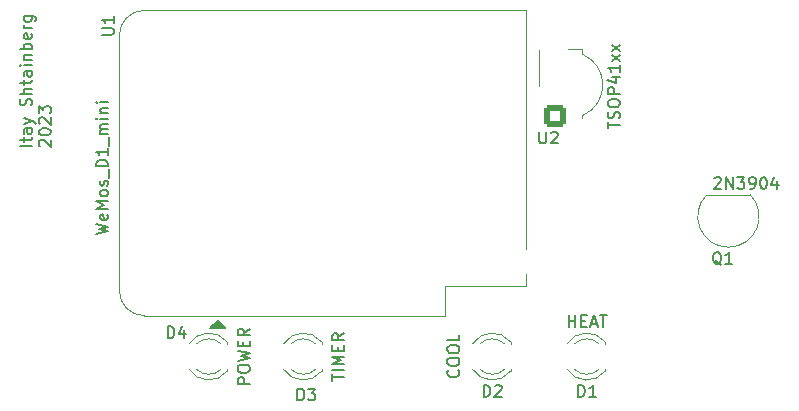
<source format=gto>
%TF.GenerationSoftware,KiCad,Pcbnew,7.0.7*%
%TF.CreationDate,2023-09-16T13:59:36+03:00*%
%TF.ProjectId,ElectraWifi,456c6563-7472-4615-9769-66692e6b6963,rev?*%
%TF.SameCoordinates,Original*%
%TF.FileFunction,Legend,Top*%
%TF.FilePolarity,Positive*%
%FSLAX46Y46*%
G04 Gerber Fmt 4.6, Leading zero omitted, Abs format (unit mm)*
G04 Created by KiCad (PCBNEW 7.0.7) date 2023-09-16 13:59:36*
%MOMM*%
%LPD*%
G01*
G04 APERTURE LIST*
G04 Aperture macros list*
%AMRoundRect*
0 Rectangle with rounded corners*
0 $1 Rounding radius*
0 $2 $3 $4 $5 $6 $7 $8 $9 X,Y pos of 4 corners*
0 Add a 4 corners polygon primitive as box body*
4,1,4,$2,$3,$4,$5,$6,$7,$8,$9,$2,$3,0*
0 Add four circle primitives for the rounded corners*
1,1,$1+$1,$2,$3*
1,1,$1+$1,$4,$5*
1,1,$1+$1,$6,$7*
1,1,$1+$1,$8,$9*
0 Add four rect primitives between the rounded corners*
20,1,$1+$1,$2,$3,$4,$5,0*
20,1,$1+$1,$4,$5,$6,$7,0*
20,1,$1+$1,$6,$7,$8,$9,0*
20,1,$1+$1,$8,$9,$2,$3,0*%
G04 Aperture macros list end*
%ADD10C,0.150000*%
%ADD11C,0.120000*%
%ADD12R,1.408000X1.408000*%
%ADD13C,1.408000*%
%ADD14O,1.230000X2.730000*%
%ADD15O,2.730000X1.230000*%
%ADD16O,1.600000X2.000000*%
%ADD17R,2.000000X2.000000*%
%ADD18R,1.800000X1.800000*%
%ADD19C,1.800000*%
%ADD20O,1.050000X1.500000*%
%ADD21R,1.050000X1.500000*%
%ADD22RoundRect,0.248400X0.651600X-0.651600X0.651600X0.651600X-0.651600X0.651600X-0.651600X-0.651600X0*%
%ADD23C,2.000000*%
%ADD24C,1.600000*%
%ADD25O,1.600000X1.600000*%
G04 APERTURE END LIST*
D10*
X99009819Y-83663220D02*
X98009819Y-83663220D01*
X98343152Y-83329887D02*
X98343152Y-82948935D01*
X98009819Y-83187030D02*
X98866961Y-83187030D01*
X98866961Y-83187030D02*
X98962200Y-83139411D01*
X98962200Y-83139411D02*
X99009819Y-83044173D01*
X99009819Y-83044173D02*
X99009819Y-82948935D01*
X99009819Y-82187030D02*
X98486009Y-82187030D01*
X98486009Y-82187030D02*
X98390771Y-82234649D01*
X98390771Y-82234649D02*
X98343152Y-82329887D01*
X98343152Y-82329887D02*
X98343152Y-82520363D01*
X98343152Y-82520363D02*
X98390771Y-82615601D01*
X98962200Y-82187030D02*
X99009819Y-82282268D01*
X99009819Y-82282268D02*
X99009819Y-82520363D01*
X99009819Y-82520363D02*
X98962200Y-82615601D01*
X98962200Y-82615601D02*
X98866961Y-82663220D01*
X98866961Y-82663220D02*
X98771723Y-82663220D01*
X98771723Y-82663220D02*
X98676485Y-82615601D01*
X98676485Y-82615601D02*
X98628866Y-82520363D01*
X98628866Y-82520363D02*
X98628866Y-82282268D01*
X98628866Y-82282268D02*
X98581247Y-82187030D01*
X98343152Y-81806077D02*
X99009819Y-81567982D01*
X98343152Y-81329887D02*
X99009819Y-81567982D01*
X99009819Y-81567982D02*
X99247914Y-81663220D01*
X99247914Y-81663220D02*
X99295533Y-81710839D01*
X99295533Y-81710839D02*
X99343152Y-81806077D01*
X98962200Y-80234648D02*
X99009819Y-80091791D01*
X99009819Y-80091791D02*
X99009819Y-79853696D01*
X99009819Y-79853696D02*
X98962200Y-79758458D01*
X98962200Y-79758458D02*
X98914580Y-79710839D01*
X98914580Y-79710839D02*
X98819342Y-79663220D01*
X98819342Y-79663220D02*
X98724104Y-79663220D01*
X98724104Y-79663220D02*
X98628866Y-79710839D01*
X98628866Y-79710839D02*
X98581247Y-79758458D01*
X98581247Y-79758458D02*
X98533628Y-79853696D01*
X98533628Y-79853696D02*
X98486009Y-80044172D01*
X98486009Y-80044172D02*
X98438390Y-80139410D01*
X98438390Y-80139410D02*
X98390771Y-80187029D01*
X98390771Y-80187029D02*
X98295533Y-80234648D01*
X98295533Y-80234648D02*
X98200295Y-80234648D01*
X98200295Y-80234648D02*
X98105057Y-80187029D01*
X98105057Y-80187029D02*
X98057438Y-80139410D01*
X98057438Y-80139410D02*
X98009819Y-80044172D01*
X98009819Y-80044172D02*
X98009819Y-79806077D01*
X98009819Y-79806077D02*
X98057438Y-79663220D01*
X99009819Y-79234648D02*
X98009819Y-79234648D01*
X99009819Y-78806077D02*
X98486009Y-78806077D01*
X98486009Y-78806077D02*
X98390771Y-78853696D01*
X98390771Y-78853696D02*
X98343152Y-78948934D01*
X98343152Y-78948934D02*
X98343152Y-79091791D01*
X98343152Y-79091791D02*
X98390771Y-79187029D01*
X98390771Y-79187029D02*
X98438390Y-79234648D01*
X98343152Y-78472743D02*
X98343152Y-78091791D01*
X98009819Y-78329886D02*
X98866961Y-78329886D01*
X98866961Y-78329886D02*
X98962200Y-78282267D01*
X98962200Y-78282267D02*
X99009819Y-78187029D01*
X99009819Y-78187029D02*
X99009819Y-78091791D01*
X99009819Y-77329886D02*
X98486009Y-77329886D01*
X98486009Y-77329886D02*
X98390771Y-77377505D01*
X98390771Y-77377505D02*
X98343152Y-77472743D01*
X98343152Y-77472743D02*
X98343152Y-77663219D01*
X98343152Y-77663219D02*
X98390771Y-77758457D01*
X98962200Y-77329886D02*
X99009819Y-77425124D01*
X99009819Y-77425124D02*
X99009819Y-77663219D01*
X99009819Y-77663219D02*
X98962200Y-77758457D01*
X98962200Y-77758457D02*
X98866961Y-77806076D01*
X98866961Y-77806076D02*
X98771723Y-77806076D01*
X98771723Y-77806076D02*
X98676485Y-77758457D01*
X98676485Y-77758457D02*
X98628866Y-77663219D01*
X98628866Y-77663219D02*
X98628866Y-77425124D01*
X98628866Y-77425124D02*
X98581247Y-77329886D01*
X99009819Y-76853695D02*
X98343152Y-76853695D01*
X98009819Y-76853695D02*
X98057438Y-76901314D01*
X98057438Y-76901314D02*
X98105057Y-76853695D01*
X98105057Y-76853695D02*
X98057438Y-76806076D01*
X98057438Y-76806076D02*
X98009819Y-76853695D01*
X98009819Y-76853695D02*
X98105057Y-76853695D01*
X98343152Y-76377505D02*
X99009819Y-76377505D01*
X98438390Y-76377505D02*
X98390771Y-76329886D01*
X98390771Y-76329886D02*
X98343152Y-76234648D01*
X98343152Y-76234648D02*
X98343152Y-76091791D01*
X98343152Y-76091791D02*
X98390771Y-75996553D01*
X98390771Y-75996553D02*
X98486009Y-75948934D01*
X98486009Y-75948934D02*
X99009819Y-75948934D01*
X99009819Y-75472743D02*
X98009819Y-75472743D01*
X98390771Y-75472743D02*
X98343152Y-75377505D01*
X98343152Y-75377505D02*
X98343152Y-75187029D01*
X98343152Y-75187029D02*
X98390771Y-75091791D01*
X98390771Y-75091791D02*
X98438390Y-75044172D01*
X98438390Y-75044172D02*
X98533628Y-74996553D01*
X98533628Y-74996553D02*
X98819342Y-74996553D01*
X98819342Y-74996553D02*
X98914580Y-75044172D01*
X98914580Y-75044172D02*
X98962200Y-75091791D01*
X98962200Y-75091791D02*
X99009819Y-75187029D01*
X99009819Y-75187029D02*
X99009819Y-75377505D01*
X99009819Y-75377505D02*
X98962200Y-75472743D01*
X98962200Y-74187029D02*
X99009819Y-74282267D01*
X99009819Y-74282267D02*
X99009819Y-74472743D01*
X99009819Y-74472743D02*
X98962200Y-74567981D01*
X98962200Y-74567981D02*
X98866961Y-74615600D01*
X98866961Y-74615600D02*
X98486009Y-74615600D01*
X98486009Y-74615600D02*
X98390771Y-74567981D01*
X98390771Y-74567981D02*
X98343152Y-74472743D01*
X98343152Y-74472743D02*
X98343152Y-74282267D01*
X98343152Y-74282267D02*
X98390771Y-74187029D01*
X98390771Y-74187029D02*
X98486009Y-74139410D01*
X98486009Y-74139410D02*
X98581247Y-74139410D01*
X98581247Y-74139410D02*
X98676485Y-74615600D01*
X99009819Y-73710838D02*
X98343152Y-73710838D01*
X98533628Y-73710838D02*
X98438390Y-73663219D01*
X98438390Y-73663219D02*
X98390771Y-73615600D01*
X98390771Y-73615600D02*
X98343152Y-73520362D01*
X98343152Y-73520362D02*
X98343152Y-73425124D01*
X98343152Y-72663219D02*
X99152676Y-72663219D01*
X99152676Y-72663219D02*
X99247914Y-72710838D01*
X99247914Y-72710838D02*
X99295533Y-72758457D01*
X99295533Y-72758457D02*
X99343152Y-72853695D01*
X99343152Y-72853695D02*
X99343152Y-72996552D01*
X99343152Y-72996552D02*
X99295533Y-73091790D01*
X98962200Y-72663219D02*
X99009819Y-72758457D01*
X99009819Y-72758457D02*
X99009819Y-72948933D01*
X99009819Y-72948933D02*
X98962200Y-73044171D01*
X98962200Y-73044171D02*
X98914580Y-73091790D01*
X98914580Y-73091790D02*
X98819342Y-73139409D01*
X98819342Y-73139409D02*
X98533628Y-73139409D01*
X98533628Y-73139409D02*
X98438390Y-73091790D01*
X98438390Y-73091790D02*
X98390771Y-73044171D01*
X98390771Y-73044171D02*
X98343152Y-72948933D01*
X98343152Y-72948933D02*
X98343152Y-72758457D01*
X98343152Y-72758457D02*
X98390771Y-72663219D01*
X99715057Y-83710839D02*
X99667438Y-83663220D01*
X99667438Y-83663220D02*
X99619819Y-83567982D01*
X99619819Y-83567982D02*
X99619819Y-83329887D01*
X99619819Y-83329887D02*
X99667438Y-83234649D01*
X99667438Y-83234649D02*
X99715057Y-83187030D01*
X99715057Y-83187030D02*
X99810295Y-83139411D01*
X99810295Y-83139411D02*
X99905533Y-83139411D01*
X99905533Y-83139411D02*
X100048390Y-83187030D01*
X100048390Y-83187030D02*
X100619819Y-83758458D01*
X100619819Y-83758458D02*
X100619819Y-83139411D01*
X99619819Y-82520363D02*
X99619819Y-82425125D01*
X99619819Y-82425125D02*
X99667438Y-82329887D01*
X99667438Y-82329887D02*
X99715057Y-82282268D01*
X99715057Y-82282268D02*
X99810295Y-82234649D01*
X99810295Y-82234649D02*
X100000771Y-82187030D01*
X100000771Y-82187030D02*
X100238866Y-82187030D01*
X100238866Y-82187030D02*
X100429342Y-82234649D01*
X100429342Y-82234649D02*
X100524580Y-82282268D01*
X100524580Y-82282268D02*
X100572200Y-82329887D01*
X100572200Y-82329887D02*
X100619819Y-82425125D01*
X100619819Y-82425125D02*
X100619819Y-82520363D01*
X100619819Y-82520363D02*
X100572200Y-82615601D01*
X100572200Y-82615601D02*
X100524580Y-82663220D01*
X100524580Y-82663220D02*
X100429342Y-82710839D01*
X100429342Y-82710839D02*
X100238866Y-82758458D01*
X100238866Y-82758458D02*
X100000771Y-82758458D01*
X100000771Y-82758458D02*
X99810295Y-82710839D01*
X99810295Y-82710839D02*
X99715057Y-82663220D01*
X99715057Y-82663220D02*
X99667438Y-82615601D01*
X99667438Y-82615601D02*
X99619819Y-82520363D01*
X99715057Y-81806077D02*
X99667438Y-81758458D01*
X99667438Y-81758458D02*
X99619819Y-81663220D01*
X99619819Y-81663220D02*
X99619819Y-81425125D01*
X99619819Y-81425125D02*
X99667438Y-81329887D01*
X99667438Y-81329887D02*
X99715057Y-81282268D01*
X99715057Y-81282268D02*
X99810295Y-81234649D01*
X99810295Y-81234649D02*
X99905533Y-81234649D01*
X99905533Y-81234649D02*
X100048390Y-81282268D01*
X100048390Y-81282268D02*
X100619819Y-81853696D01*
X100619819Y-81853696D02*
X100619819Y-81234649D01*
X99619819Y-80901315D02*
X99619819Y-80282268D01*
X99619819Y-80282268D02*
X100000771Y-80615601D01*
X100000771Y-80615601D02*
X100000771Y-80472744D01*
X100000771Y-80472744D02*
X100048390Y-80377506D01*
X100048390Y-80377506D02*
X100096009Y-80329887D01*
X100096009Y-80329887D02*
X100191247Y-80282268D01*
X100191247Y-80282268D02*
X100429342Y-80282268D01*
X100429342Y-80282268D02*
X100524580Y-80329887D01*
X100524580Y-80329887D02*
X100572200Y-80377506D01*
X100572200Y-80377506D02*
X100619819Y-80472744D01*
X100619819Y-80472744D02*
X100619819Y-80758458D01*
X100619819Y-80758458D02*
X100572200Y-80853696D01*
X100572200Y-80853696D02*
X100524580Y-80901315D01*
X104954819Y-74261904D02*
X105764342Y-74261904D01*
X105764342Y-74261904D02*
X105859580Y-74214285D01*
X105859580Y-74214285D02*
X105907200Y-74166666D01*
X105907200Y-74166666D02*
X105954819Y-74071428D01*
X105954819Y-74071428D02*
X105954819Y-73880952D01*
X105954819Y-73880952D02*
X105907200Y-73785714D01*
X105907200Y-73785714D02*
X105859580Y-73738095D01*
X105859580Y-73738095D02*
X105764342Y-73690476D01*
X105764342Y-73690476D02*
X104954819Y-73690476D01*
X105954819Y-72690476D02*
X105954819Y-73261904D01*
X105954819Y-72976190D02*
X104954819Y-72976190D01*
X104954819Y-72976190D02*
X105097676Y-73071428D01*
X105097676Y-73071428D02*
X105192914Y-73166666D01*
X105192914Y-73166666D02*
X105240533Y-73261904D01*
X104454819Y-91119046D02*
X105454819Y-90880951D01*
X105454819Y-90880951D02*
X104740533Y-90690475D01*
X104740533Y-90690475D02*
X105454819Y-90499999D01*
X105454819Y-90499999D02*
X104454819Y-90261904D01*
X105407200Y-89499999D02*
X105454819Y-89595237D01*
X105454819Y-89595237D02*
X105454819Y-89785713D01*
X105454819Y-89785713D02*
X105407200Y-89880951D01*
X105407200Y-89880951D02*
X105311961Y-89928570D01*
X105311961Y-89928570D02*
X104931009Y-89928570D01*
X104931009Y-89928570D02*
X104835771Y-89880951D01*
X104835771Y-89880951D02*
X104788152Y-89785713D01*
X104788152Y-89785713D02*
X104788152Y-89595237D01*
X104788152Y-89595237D02*
X104835771Y-89499999D01*
X104835771Y-89499999D02*
X104931009Y-89452380D01*
X104931009Y-89452380D02*
X105026247Y-89452380D01*
X105026247Y-89452380D02*
X105121485Y-89928570D01*
X105454819Y-89023808D02*
X104454819Y-89023808D01*
X104454819Y-89023808D02*
X105169104Y-88690475D01*
X105169104Y-88690475D02*
X104454819Y-88357142D01*
X104454819Y-88357142D02*
X105454819Y-88357142D01*
X105454819Y-87738094D02*
X105407200Y-87833332D01*
X105407200Y-87833332D02*
X105359580Y-87880951D01*
X105359580Y-87880951D02*
X105264342Y-87928570D01*
X105264342Y-87928570D02*
X104978628Y-87928570D01*
X104978628Y-87928570D02*
X104883390Y-87880951D01*
X104883390Y-87880951D02*
X104835771Y-87833332D01*
X104835771Y-87833332D02*
X104788152Y-87738094D01*
X104788152Y-87738094D02*
X104788152Y-87595237D01*
X104788152Y-87595237D02*
X104835771Y-87499999D01*
X104835771Y-87499999D02*
X104883390Y-87452380D01*
X104883390Y-87452380D02*
X104978628Y-87404761D01*
X104978628Y-87404761D02*
X105264342Y-87404761D01*
X105264342Y-87404761D02*
X105359580Y-87452380D01*
X105359580Y-87452380D02*
X105407200Y-87499999D01*
X105407200Y-87499999D02*
X105454819Y-87595237D01*
X105454819Y-87595237D02*
X105454819Y-87738094D01*
X105407200Y-87023808D02*
X105454819Y-86928570D01*
X105454819Y-86928570D02*
X105454819Y-86738094D01*
X105454819Y-86738094D02*
X105407200Y-86642856D01*
X105407200Y-86642856D02*
X105311961Y-86595237D01*
X105311961Y-86595237D02*
X105264342Y-86595237D01*
X105264342Y-86595237D02*
X105169104Y-86642856D01*
X105169104Y-86642856D02*
X105121485Y-86738094D01*
X105121485Y-86738094D02*
X105121485Y-86880951D01*
X105121485Y-86880951D02*
X105073866Y-86976189D01*
X105073866Y-86976189D02*
X104978628Y-87023808D01*
X104978628Y-87023808D02*
X104931009Y-87023808D01*
X104931009Y-87023808D02*
X104835771Y-86976189D01*
X104835771Y-86976189D02*
X104788152Y-86880951D01*
X104788152Y-86880951D02*
X104788152Y-86738094D01*
X104788152Y-86738094D02*
X104835771Y-86642856D01*
X105550057Y-86404761D02*
X105550057Y-85642856D01*
X105454819Y-85404760D02*
X104454819Y-85404760D01*
X104454819Y-85404760D02*
X104454819Y-85166665D01*
X104454819Y-85166665D02*
X104502438Y-85023808D01*
X104502438Y-85023808D02*
X104597676Y-84928570D01*
X104597676Y-84928570D02*
X104692914Y-84880951D01*
X104692914Y-84880951D02*
X104883390Y-84833332D01*
X104883390Y-84833332D02*
X105026247Y-84833332D01*
X105026247Y-84833332D02*
X105216723Y-84880951D01*
X105216723Y-84880951D02*
X105311961Y-84928570D01*
X105311961Y-84928570D02*
X105407200Y-85023808D01*
X105407200Y-85023808D02*
X105454819Y-85166665D01*
X105454819Y-85166665D02*
X105454819Y-85404760D01*
X105454819Y-83880951D02*
X105454819Y-84452379D01*
X105454819Y-84166665D02*
X104454819Y-84166665D01*
X104454819Y-84166665D02*
X104597676Y-84261903D01*
X104597676Y-84261903D02*
X104692914Y-84357141D01*
X104692914Y-84357141D02*
X104740533Y-84452379D01*
X105550057Y-83690475D02*
X105550057Y-82928570D01*
X105454819Y-82690474D02*
X104788152Y-82690474D01*
X104883390Y-82690474D02*
X104835771Y-82642855D01*
X104835771Y-82642855D02*
X104788152Y-82547617D01*
X104788152Y-82547617D02*
X104788152Y-82404760D01*
X104788152Y-82404760D02*
X104835771Y-82309522D01*
X104835771Y-82309522D02*
X104931009Y-82261903D01*
X104931009Y-82261903D02*
X105454819Y-82261903D01*
X104931009Y-82261903D02*
X104835771Y-82214284D01*
X104835771Y-82214284D02*
X104788152Y-82119046D01*
X104788152Y-82119046D02*
X104788152Y-81976189D01*
X104788152Y-81976189D02*
X104835771Y-81880950D01*
X104835771Y-81880950D02*
X104931009Y-81833331D01*
X104931009Y-81833331D02*
X105454819Y-81833331D01*
X105454819Y-81357141D02*
X104788152Y-81357141D01*
X104454819Y-81357141D02*
X104502438Y-81404760D01*
X104502438Y-81404760D02*
X104550057Y-81357141D01*
X104550057Y-81357141D02*
X104502438Y-81309522D01*
X104502438Y-81309522D02*
X104454819Y-81357141D01*
X104454819Y-81357141D02*
X104550057Y-81357141D01*
X104788152Y-80880951D02*
X105454819Y-80880951D01*
X104883390Y-80880951D02*
X104835771Y-80833332D01*
X104835771Y-80833332D02*
X104788152Y-80738094D01*
X104788152Y-80738094D02*
X104788152Y-80595237D01*
X104788152Y-80595237D02*
X104835771Y-80499999D01*
X104835771Y-80499999D02*
X104931009Y-80452380D01*
X104931009Y-80452380D02*
X105454819Y-80452380D01*
X105454819Y-79976189D02*
X104788152Y-79976189D01*
X104454819Y-79976189D02*
X104502438Y-80023808D01*
X104502438Y-80023808D02*
X104550057Y-79976189D01*
X104550057Y-79976189D02*
X104502438Y-79928570D01*
X104502438Y-79928570D02*
X104454819Y-79976189D01*
X104454819Y-79976189D02*
X104550057Y-79976189D01*
X137266905Y-104914819D02*
X137266905Y-103914819D01*
X137266905Y-103914819D02*
X137505000Y-103914819D01*
X137505000Y-103914819D02*
X137647857Y-103962438D01*
X137647857Y-103962438D02*
X137743095Y-104057676D01*
X137743095Y-104057676D02*
X137790714Y-104152914D01*
X137790714Y-104152914D02*
X137838333Y-104343390D01*
X137838333Y-104343390D02*
X137838333Y-104486247D01*
X137838333Y-104486247D02*
X137790714Y-104676723D01*
X137790714Y-104676723D02*
X137743095Y-104771961D01*
X137743095Y-104771961D02*
X137647857Y-104867200D01*
X137647857Y-104867200D02*
X137505000Y-104914819D01*
X137505000Y-104914819D02*
X137266905Y-104914819D01*
X138219286Y-104010057D02*
X138266905Y-103962438D01*
X138266905Y-103962438D02*
X138362143Y-103914819D01*
X138362143Y-103914819D02*
X138600238Y-103914819D01*
X138600238Y-103914819D02*
X138695476Y-103962438D01*
X138695476Y-103962438D02*
X138743095Y-104010057D01*
X138743095Y-104010057D02*
X138790714Y-104105295D01*
X138790714Y-104105295D02*
X138790714Y-104200533D01*
X138790714Y-104200533D02*
X138743095Y-104343390D01*
X138743095Y-104343390D02*
X138171667Y-104914819D01*
X138171667Y-104914819D02*
X138790714Y-104914819D01*
X135109580Y-102642857D02*
X135157200Y-102690476D01*
X135157200Y-102690476D02*
X135204819Y-102833333D01*
X135204819Y-102833333D02*
X135204819Y-102928571D01*
X135204819Y-102928571D02*
X135157200Y-103071428D01*
X135157200Y-103071428D02*
X135061961Y-103166666D01*
X135061961Y-103166666D02*
X134966723Y-103214285D01*
X134966723Y-103214285D02*
X134776247Y-103261904D01*
X134776247Y-103261904D02*
X134633390Y-103261904D01*
X134633390Y-103261904D02*
X134442914Y-103214285D01*
X134442914Y-103214285D02*
X134347676Y-103166666D01*
X134347676Y-103166666D02*
X134252438Y-103071428D01*
X134252438Y-103071428D02*
X134204819Y-102928571D01*
X134204819Y-102928571D02*
X134204819Y-102833333D01*
X134204819Y-102833333D02*
X134252438Y-102690476D01*
X134252438Y-102690476D02*
X134300057Y-102642857D01*
X134204819Y-102023809D02*
X134204819Y-101833333D01*
X134204819Y-101833333D02*
X134252438Y-101738095D01*
X134252438Y-101738095D02*
X134347676Y-101642857D01*
X134347676Y-101642857D02*
X134538152Y-101595238D01*
X134538152Y-101595238D02*
X134871485Y-101595238D01*
X134871485Y-101595238D02*
X135061961Y-101642857D01*
X135061961Y-101642857D02*
X135157200Y-101738095D01*
X135157200Y-101738095D02*
X135204819Y-101833333D01*
X135204819Y-101833333D02*
X135204819Y-102023809D01*
X135204819Y-102023809D02*
X135157200Y-102119047D01*
X135157200Y-102119047D02*
X135061961Y-102214285D01*
X135061961Y-102214285D02*
X134871485Y-102261904D01*
X134871485Y-102261904D02*
X134538152Y-102261904D01*
X134538152Y-102261904D02*
X134347676Y-102214285D01*
X134347676Y-102214285D02*
X134252438Y-102119047D01*
X134252438Y-102119047D02*
X134204819Y-102023809D01*
X134204819Y-100976190D02*
X134204819Y-100785714D01*
X134204819Y-100785714D02*
X134252438Y-100690476D01*
X134252438Y-100690476D02*
X134347676Y-100595238D01*
X134347676Y-100595238D02*
X134538152Y-100547619D01*
X134538152Y-100547619D02*
X134871485Y-100547619D01*
X134871485Y-100547619D02*
X135061961Y-100595238D01*
X135061961Y-100595238D02*
X135157200Y-100690476D01*
X135157200Y-100690476D02*
X135204819Y-100785714D01*
X135204819Y-100785714D02*
X135204819Y-100976190D01*
X135204819Y-100976190D02*
X135157200Y-101071428D01*
X135157200Y-101071428D02*
X135061961Y-101166666D01*
X135061961Y-101166666D02*
X134871485Y-101214285D01*
X134871485Y-101214285D02*
X134538152Y-101214285D01*
X134538152Y-101214285D02*
X134347676Y-101166666D01*
X134347676Y-101166666D02*
X134252438Y-101071428D01*
X134252438Y-101071428D02*
X134204819Y-100976190D01*
X135204819Y-99642857D02*
X135204819Y-100119047D01*
X135204819Y-100119047D02*
X134204819Y-100119047D01*
X157404761Y-93750057D02*
X157309523Y-93702438D01*
X157309523Y-93702438D02*
X157214285Y-93607200D01*
X157214285Y-93607200D02*
X157071428Y-93464342D01*
X157071428Y-93464342D02*
X156976190Y-93416723D01*
X156976190Y-93416723D02*
X156880952Y-93416723D01*
X156928571Y-93654819D02*
X156833333Y-93607200D01*
X156833333Y-93607200D02*
X156738095Y-93511961D01*
X156738095Y-93511961D02*
X156690476Y-93321485D01*
X156690476Y-93321485D02*
X156690476Y-92988152D01*
X156690476Y-92988152D02*
X156738095Y-92797676D01*
X156738095Y-92797676D02*
X156833333Y-92702438D01*
X156833333Y-92702438D02*
X156928571Y-92654819D01*
X156928571Y-92654819D02*
X157119047Y-92654819D01*
X157119047Y-92654819D02*
X157214285Y-92702438D01*
X157214285Y-92702438D02*
X157309523Y-92797676D01*
X157309523Y-92797676D02*
X157357142Y-92988152D01*
X157357142Y-92988152D02*
X157357142Y-93321485D01*
X157357142Y-93321485D02*
X157309523Y-93511961D01*
X157309523Y-93511961D02*
X157214285Y-93607200D01*
X157214285Y-93607200D02*
X157119047Y-93654819D01*
X157119047Y-93654819D02*
X156928571Y-93654819D01*
X158309523Y-93654819D02*
X157738095Y-93654819D01*
X158023809Y-93654819D02*
X158023809Y-92654819D01*
X158023809Y-92654819D02*
X157928571Y-92797676D01*
X157928571Y-92797676D02*
X157833333Y-92892914D01*
X157833333Y-92892914D02*
X157738095Y-92940533D01*
X156785714Y-86400057D02*
X156833333Y-86352438D01*
X156833333Y-86352438D02*
X156928571Y-86304819D01*
X156928571Y-86304819D02*
X157166666Y-86304819D01*
X157166666Y-86304819D02*
X157261904Y-86352438D01*
X157261904Y-86352438D02*
X157309523Y-86400057D01*
X157309523Y-86400057D02*
X157357142Y-86495295D01*
X157357142Y-86495295D02*
X157357142Y-86590533D01*
X157357142Y-86590533D02*
X157309523Y-86733390D01*
X157309523Y-86733390D02*
X156738095Y-87304819D01*
X156738095Y-87304819D02*
X157357142Y-87304819D01*
X157785714Y-87304819D02*
X157785714Y-86304819D01*
X157785714Y-86304819D02*
X158357142Y-87304819D01*
X158357142Y-87304819D02*
X158357142Y-86304819D01*
X158738095Y-86304819D02*
X159357142Y-86304819D01*
X159357142Y-86304819D02*
X159023809Y-86685771D01*
X159023809Y-86685771D02*
X159166666Y-86685771D01*
X159166666Y-86685771D02*
X159261904Y-86733390D01*
X159261904Y-86733390D02*
X159309523Y-86781009D01*
X159309523Y-86781009D02*
X159357142Y-86876247D01*
X159357142Y-86876247D02*
X159357142Y-87114342D01*
X159357142Y-87114342D02*
X159309523Y-87209580D01*
X159309523Y-87209580D02*
X159261904Y-87257200D01*
X159261904Y-87257200D02*
X159166666Y-87304819D01*
X159166666Y-87304819D02*
X158880952Y-87304819D01*
X158880952Y-87304819D02*
X158785714Y-87257200D01*
X158785714Y-87257200D02*
X158738095Y-87209580D01*
X159833333Y-87304819D02*
X160023809Y-87304819D01*
X160023809Y-87304819D02*
X160119047Y-87257200D01*
X160119047Y-87257200D02*
X160166666Y-87209580D01*
X160166666Y-87209580D02*
X160261904Y-87066723D01*
X160261904Y-87066723D02*
X160309523Y-86876247D01*
X160309523Y-86876247D02*
X160309523Y-86495295D01*
X160309523Y-86495295D02*
X160261904Y-86400057D01*
X160261904Y-86400057D02*
X160214285Y-86352438D01*
X160214285Y-86352438D02*
X160119047Y-86304819D01*
X160119047Y-86304819D02*
X159928571Y-86304819D01*
X159928571Y-86304819D02*
X159833333Y-86352438D01*
X159833333Y-86352438D02*
X159785714Y-86400057D01*
X159785714Y-86400057D02*
X159738095Y-86495295D01*
X159738095Y-86495295D02*
X159738095Y-86733390D01*
X159738095Y-86733390D02*
X159785714Y-86828628D01*
X159785714Y-86828628D02*
X159833333Y-86876247D01*
X159833333Y-86876247D02*
X159928571Y-86923866D01*
X159928571Y-86923866D02*
X160119047Y-86923866D01*
X160119047Y-86923866D02*
X160214285Y-86876247D01*
X160214285Y-86876247D02*
X160261904Y-86828628D01*
X160261904Y-86828628D02*
X160309523Y-86733390D01*
X160928571Y-86304819D02*
X161023809Y-86304819D01*
X161023809Y-86304819D02*
X161119047Y-86352438D01*
X161119047Y-86352438D02*
X161166666Y-86400057D01*
X161166666Y-86400057D02*
X161214285Y-86495295D01*
X161214285Y-86495295D02*
X161261904Y-86685771D01*
X161261904Y-86685771D02*
X161261904Y-86923866D01*
X161261904Y-86923866D02*
X161214285Y-87114342D01*
X161214285Y-87114342D02*
X161166666Y-87209580D01*
X161166666Y-87209580D02*
X161119047Y-87257200D01*
X161119047Y-87257200D02*
X161023809Y-87304819D01*
X161023809Y-87304819D02*
X160928571Y-87304819D01*
X160928571Y-87304819D02*
X160833333Y-87257200D01*
X160833333Y-87257200D02*
X160785714Y-87209580D01*
X160785714Y-87209580D02*
X160738095Y-87114342D01*
X160738095Y-87114342D02*
X160690476Y-86923866D01*
X160690476Y-86923866D02*
X160690476Y-86685771D01*
X160690476Y-86685771D02*
X160738095Y-86495295D01*
X160738095Y-86495295D02*
X160785714Y-86400057D01*
X160785714Y-86400057D02*
X160833333Y-86352438D01*
X160833333Y-86352438D02*
X160928571Y-86304819D01*
X162119047Y-86638152D02*
X162119047Y-87304819D01*
X161880952Y-86257200D02*
X161642857Y-86971485D01*
X161642857Y-86971485D02*
X162261904Y-86971485D01*
X141988095Y-82454819D02*
X141988095Y-83264342D01*
X141988095Y-83264342D02*
X142035714Y-83359580D01*
X142035714Y-83359580D02*
X142083333Y-83407200D01*
X142083333Y-83407200D02*
X142178571Y-83454819D01*
X142178571Y-83454819D02*
X142369047Y-83454819D01*
X142369047Y-83454819D02*
X142464285Y-83407200D01*
X142464285Y-83407200D02*
X142511904Y-83359580D01*
X142511904Y-83359580D02*
X142559523Y-83264342D01*
X142559523Y-83264342D02*
X142559523Y-82454819D01*
X142988095Y-82550057D02*
X143035714Y-82502438D01*
X143035714Y-82502438D02*
X143130952Y-82454819D01*
X143130952Y-82454819D02*
X143369047Y-82454819D01*
X143369047Y-82454819D02*
X143464285Y-82502438D01*
X143464285Y-82502438D02*
X143511904Y-82550057D01*
X143511904Y-82550057D02*
X143559523Y-82645295D01*
X143559523Y-82645295D02*
X143559523Y-82740533D01*
X143559523Y-82740533D02*
X143511904Y-82883390D01*
X143511904Y-82883390D02*
X142940476Y-83454819D01*
X142940476Y-83454819D02*
X143559523Y-83454819D01*
X147791819Y-82187618D02*
X147791819Y-81616190D01*
X148791819Y-81901904D02*
X147791819Y-81901904D01*
X148744200Y-81330475D02*
X148791819Y-81187618D01*
X148791819Y-81187618D02*
X148791819Y-80949523D01*
X148791819Y-80949523D02*
X148744200Y-80854285D01*
X148744200Y-80854285D02*
X148696580Y-80806666D01*
X148696580Y-80806666D02*
X148601342Y-80759047D01*
X148601342Y-80759047D02*
X148506104Y-80759047D01*
X148506104Y-80759047D02*
X148410866Y-80806666D01*
X148410866Y-80806666D02*
X148363247Y-80854285D01*
X148363247Y-80854285D02*
X148315628Y-80949523D01*
X148315628Y-80949523D02*
X148268009Y-81139999D01*
X148268009Y-81139999D02*
X148220390Y-81235237D01*
X148220390Y-81235237D02*
X148172771Y-81282856D01*
X148172771Y-81282856D02*
X148077533Y-81330475D01*
X148077533Y-81330475D02*
X147982295Y-81330475D01*
X147982295Y-81330475D02*
X147887057Y-81282856D01*
X147887057Y-81282856D02*
X147839438Y-81235237D01*
X147839438Y-81235237D02*
X147791819Y-81139999D01*
X147791819Y-81139999D02*
X147791819Y-80901904D01*
X147791819Y-80901904D02*
X147839438Y-80759047D01*
X147791819Y-80139999D02*
X147791819Y-79949523D01*
X147791819Y-79949523D02*
X147839438Y-79854285D01*
X147839438Y-79854285D02*
X147934676Y-79759047D01*
X147934676Y-79759047D02*
X148125152Y-79711428D01*
X148125152Y-79711428D02*
X148458485Y-79711428D01*
X148458485Y-79711428D02*
X148648961Y-79759047D01*
X148648961Y-79759047D02*
X148744200Y-79854285D01*
X148744200Y-79854285D02*
X148791819Y-79949523D01*
X148791819Y-79949523D02*
X148791819Y-80139999D01*
X148791819Y-80139999D02*
X148744200Y-80235237D01*
X148744200Y-80235237D02*
X148648961Y-80330475D01*
X148648961Y-80330475D02*
X148458485Y-80378094D01*
X148458485Y-80378094D02*
X148125152Y-80378094D01*
X148125152Y-80378094D02*
X147934676Y-80330475D01*
X147934676Y-80330475D02*
X147839438Y-80235237D01*
X147839438Y-80235237D02*
X147791819Y-80139999D01*
X148791819Y-79282856D02*
X147791819Y-79282856D01*
X147791819Y-79282856D02*
X147791819Y-78901904D01*
X147791819Y-78901904D02*
X147839438Y-78806666D01*
X147839438Y-78806666D02*
X147887057Y-78759047D01*
X147887057Y-78759047D02*
X147982295Y-78711428D01*
X147982295Y-78711428D02*
X148125152Y-78711428D01*
X148125152Y-78711428D02*
X148220390Y-78759047D01*
X148220390Y-78759047D02*
X148268009Y-78806666D01*
X148268009Y-78806666D02*
X148315628Y-78901904D01*
X148315628Y-78901904D02*
X148315628Y-79282856D01*
X148125152Y-77854285D02*
X148791819Y-77854285D01*
X147744200Y-78092380D02*
X148458485Y-78330475D01*
X148458485Y-78330475D02*
X148458485Y-77711428D01*
X148791819Y-76806666D02*
X148791819Y-77378094D01*
X148791819Y-77092380D02*
X147791819Y-77092380D01*
X147791819Y-77092380D02*
X147934676Y-77187618D01*
X147934676Y-77187618D02*
X148029914Y-77282856D01*
X148029914Y-77282856D02*
X148077533Y-77378094D01*
X148791819Y-76473332D02*
X148125152Y-75949523D01*
X148125152Y-76473332D02*
X148791819Y-75949523D01*
X148791819Y-75663808D02*
X148125152Y-75139999D01*
X148125152Y-75663808D02*
X148791819Y-75139999D01*
X121511905Y-105204819D02*
X121511905Y-104204819D01*
X121511905Y-104204819D02*
X121750000Y-104204819D01*
X121750000Y-104204819D02*
X121892857Y-104252438D01*
X121892857Y-104252438D02*
X121988095Y-104347676D01*
X121988095Y-104347676D02*
X122035714Y-104442914D01*
X122035714Y-104442914D02*
X122083333Y-104633390D01*
X122083333Y-104633390D02*
X122083333Y-104776247D01*
X122083333Y-104776247D02*
X122035714Y-104966723D01*
X122035714Y-104966723D02*
X121988095Y-105061961D01*
X121988095Y-105061961D02*
X121892857Y-105157200D01*
X121892857Y-105157200D02*
X121750000Y-105204819D01*
X121750000Y-105204819D02*
X121511905Y-105204819D01*
X122416667Y-104204819D02*
X123035714Y-104204819D01*
X123035714Y-104204819D02*
X122702381Y-104585771D01*
X122702381Y-104585771D02*
X122845238Y-104585771D01*
X122845238Y-104585771D02*
X122940476Y-104633390D01*
X122940476Y-104633390D02*
X122988095Y-104681009D01*
X122988095Y-104681009D02*
X123035714Y-104776247D01*
X123035714Y-104776247D02*
X123035714Y-105014342D01*
X123035714Y-105014342D02*
X122988095Y-105109580D01*
X122988095Y-105109580D02*
X122940476Y-105157200D01*
X122940476Y-105157200D02*
X122845238Y-105204819D01*
X122845238Y-105204819D02*
X122559524Y-105204819D01*
X122559524Y-105204819D02*
X122464286Y-105157200D01*
X122464286Y-105157200D02*
X122416667Y-105109580D01*
X124454819Y-103547618D02*
X124454819Y-102976190D01*
X125454819Y-103261904D02*
X124454819Y-103261904D01*
X125454819Y-102642856D02*
X124454819Y-102642856D01*
X125454819Y-102166666D02*
X124454819Y-102166666D01*
X124454819Y-102166666D02*
X125169104Y-101833333D01*
X125169104Y-101833333D02*
X124454819Y-101500000D01*
X124454819Y-101500000D02*
X125454819Y-101500000D01*
X124931009Y-101023809D02*
X124931009Y-100690476D01*
X125454819Y-100547619D02*
X125454819Y-101023809D01*
X125454819Y-101023809D02*
X124454819Y-101023809D01*
X124454819Y-101023809D02*
X124454819Y-100547619D01*
X125454819Y-99547619D02*
X124978628Y-99880952D01*
X125454819Y-100119047D02*
X124454819Y-100119047D01*
X124454819Y-100119047D02*
X124454819Y-99738095D01*
X124454819Y-99738095D02*
X124502438Y-99642857D01*
X124502438Y-99642857D02*
X124550057Y-99595238D01*
X124550057Y-99595238D02*
X124645295Y-99547619D01*
X124645295Y-99547619D02*
X124788152Y-99547619D01*
X124788152Y-99547619D02*
X124883390Y-99595238D01*
X124883390Y-99595238D02*
X124931009Y-99642857D01*
X124931009Y-99642857D02*
X124978628Y-99738095D01*
X124978628Y-99738095D02*
X124978628Y-100119047D01*
X145266905Y-104914819D02*
X145266905Y-103914819D01*
X145266905Y-103914819D02*
X145505000Y-103914819D01*
X145505000Y-103914819D02*
X145647857Y-103962438D01*
X145647857Y-103962438D02*
X145743095Y-104057676D01*
X145743095Y-104057676D02*
X145790714Y-104152914D01*
X145790714Y-104152914D02*
X145838333Y-104343390D01*
X145838333Y-104343390D02*
X145838333Y-104486247D01*
X145838333Y-104486247D02*
X145790714Y-104676723D01*
X145790714Y-104676723D02*
X145743095Y-104771961D01*
X145743095Y-104771961D02*
X145647857Y-104867200D01*
X145647857Y-104867200D02*
X145505000Y-104914819D01*
X145505000Y-104914819D02*
X145266905Y-104914819D01*
X146790714Y-104914819D02*
X146219286Y-104914819D01*
X146505000Y-104914819D02*
X146505000Y-103914819D01*
X146505000Y-103914819D02*
X146409762Y-104057676D01*
X146409762Y-104057676D02*
X146314524Y-104152914D01*
X146314524Y-104152914D02*
X146219286Y-104200533D01*
X144457381Y-98994819D02*
X144457381Y-97994819D01*
X144457381Y-98471009D02*
X145028809Y-98471009D01*
X145028809Y-98994819D02*
X145028809Y-97994819D01*
X145505000Y-98471009D02*
X145838333Y-98471009D01*
X145981190Y-98994819D02*
X145505000Y-98994819D01*
X145505000Y-98994819D02*
X145505000Y-97994819D01*
X145505000Y-97994819D02*
X145981190Y-97994819D01*
X146362143Y-98709104D02*
X146838333Y-98709104D01*
X146266905Y-98994819D02*
X146600238Y-97994819D01*
X146600238Y-97994819D02*
X146933571Y-98994819D01*
X147124048Y-97994819D02*
X147695476Y-97994819D01*
X147409762Y-98994819D02*
X147409762Y-97994819D01*
X110511905Y-99954819D02*
X110511905Y-98954819D01*
X110511905Y-98954819D02*
X110750000Y-98954819D01*
X110750000Y-98954819D02*
X110892857Y-99002438D01*
X110892857Y-99002438D02*
X110988095Y-99097676D01*
X110988095Y-99097676D02*
X111035714Y-99192914D01*
X111035714Y-99192914D02*
X111083333Y-99383390D01*
X111083333Y-99383390D02*
X111083333Y-99526247D01*
X111083333Y-99526247D02*
X111035714Y-99716723D01*
X111035714Y-99716723D02*
X110988095Y-99811961D01*
X110988095Y-99811961D02*
X110892857Y-99907200D01*
X110892857Y-99907200D02*
X110750000Y-99954819D01*
X110750000Y-99954819D02*
X110511905Y-99954819D01*
X111940476Y-99288152D02*
X111940476Y-99954819D01*
X111702381Y-98907200D02*
X111464286Y-99621485D01*
X111464286Y-99621485D02*
X112083333Y-99621485D01*
X117454819Y-103809523D02*
X116454819Y-103809523D01*
X116454819Y-103809523D02*
X116454819Y-103428571D01*
X116454819Y-103428571D02*
X116502438Y-103333333D01*
X116502438Y-103333333D02*
X116550057Y-103285714D01*
X116550057Y-103285714D02*
X116645295Y-103238095D01*
X116645295Y-103238095D02*
X116788152Y-103238095D01*
X116788152Y-103238095D02*
X116883390Y-103285714D01*
X116883390Y-103285714D02*
X116931009Y-103333333D01*
X116931009Y-103333333D02*
X116978628Y-103428571D01*
X116978628Y-103428571D02*
X116978628Y-103809523D01*
X116454819Y-102619047D02*
X116454819Y-102428571D01*
X116454819Y-102428571D02*
X116502438Y-102333333D01*
X116502438Y-102333333D02*
X116597676Y-102238095D01*
X116597676Y-102238095D02*
X116788152Y-102190476D01*
X116788152Y-102190476D02*
X117121485Y-102190476D01*
X117121485Y-102190476D02*
X117311961Y-102238095D01*
X117311961Y-102238095D02*
X117407200Y-102333333D01*
X117407200Y-102333333D02*
X117454819Y-102428571D01*
X117454819Y-102428571D02*
X117454819Y-102619047D01*
X117454819Y-102619047D02*
X117407200Y-102714285D01*
X117407200Y-102714285D02*
X117311961Y-102809523D01*
X117311961Y-102809523D02*
X117121485Y-102857142D01*
X117121485Y-102857142D02*
X116788152Y-102857142D01*
X116788152Y-102857142D02*
X116597676Y-102809523D01*
X116597676Y-102809523D02*
X116502438Y-102714285D01*
X116502438Y-102714285D02*
X116454819Y-102619047D01*
X116454819Y-101857142D02*
X117454819Y-101619047D01*
X117454819Y-101619047D02*
X116740533Y-101428571D01*
X116740533Y-101428571D02*
X117454819Y-101238095D01*
X117454819Y-101238095D02*
X116454819Y-101000000D01*
X116931009Y-100619047D02*
X116931009Y-100285714D01*
X117454819Y-100142857D02*
X117454819Y-100619047D01*
X117454819Y-100619047D02*
X116454819Y-100619047D01*
X116454819Y-100619047D02*
X116454819Y-100142857D01*
X117454819Y-99142857D02*
X116978628Y-99476190D01*
X117454819Y-99714285D02*
X116454819Y-99714285D01*
X116454819Y-99714285D02*
X116454819Y-99333333D01*
X116454819Y-99333333D02*
X116502438Y-99238095D01*
X116502438Y-99238095D02*
X116550057Y-99190476D01*
X116550057Y-99190476D02*
X116645295Y-99142857D01*
X116645295Y-99142857D02*
X116788152Y-99142857D01*
X116788152Y-99142857D02*
X116883390Y-99190476D01*
X116883390Y-99190476D02*
X116931009Y-99238095D01*
X116931009Y-99238095D02*
X116978628Y-99333333D01*
X116978628Y-99333333D02*
X116978628Y-99714285D01*
%TO.C,U1*%
X115397000Y-99085000D02*
X114127000Y-99085000D01*
X114762000Y-98450000D01*
X115397000Y-99085000D01*
G36*
X115397000Y-99085000D02*
G01*
X114127000Y-99085000D01*
X114762000Y-98450000D01*
X115397000Y-99085000D01*
G37*
D11*
X108552000Y-72185000D02*
G75*
G03*
X106422000Y-74315000I0J-2130000D01*
G01*
X106422000Y-95915000D02*
G75*
G03*
X108552000Y-98045000I2130002J2D01*
G01*
X140882000Y-72185000D02*
X108552000Y-72185000D01*
X106422000Y-74305000D02*
X106422000Y-95915000D01*
X140882000Y-95505000D02*
X140882000Y-72185000D01*
X133982000Y-95505000D02*
X140882000Y-95505000D01*
X133982000Y-98045000D02*
X133982000Y-95505000D01*
X133982000Y-98045000D02*
X108552000Y-98045000D01*
%TO.C,D2*%
X139565000Y-102736000D02*
X139565000Y-102580000D01*
X139565000Y-100420000D02*
X139565000Y-100264000D01*
X136332666Y-102578608D02*
G75*
G03*
X139564999Y-102735515I1672334J1078608D01*
G01*
X136963871Y-102579836D02*
G75*
G03*
X139045960Y-102579999I1041129J1079836D01*
G01*
X139045960Y-100420001D02*
G75*
G03*
X136963871Y-100420164I-1040960J-1079999D01*
G01*
X139564999Y-100264485D02*
G75*
G03*
X136332666Y-100421392I-1559999J-1235515D01*
G01*
%TO.C,Q1*%
X156161522Y-87801522D02*
G75*
G03*
X158000000Y-92240000I1838478J-1838478D01*
G01*
X158000000Y-92240000D02*
G75*
G03*
X159838478Y-87801522I0J2600000D01*
G01*
X159800000Y-87790000D02*
X156200000Y-87790000D01*
%TO.C,U2*%
X145637000Y-81100000D02*
X145637000Y-81320000D01*
X141977000Y-75520000D02*
X141977000Y-78600000D01*
X145637000Y-75440000D02*
X145637000Y-75900000D01*
X145637000Y-75440000D02*
X144437000Y-75440000D01*
X145637000Y-81099999D02*
G75*
G03*
X145637000Y-75900001I-1100000J2599999D01*
G01*
%TO.C,D3*%
X123565000Y-102736000D02*
X123565000Y-102580000D01*
X123565000Y-100420000D02*
X123565000Y-100264000D01*
X120332666Y-102578608D02*
G75*
G03*
X123564999Y-102735515I1672334J1078608D01*
G01*
X120963871Y-102579836D02*
G75*
G03*
X123045960Y-102579999I1041129J1079836D01*
G01*
X123045960Y-100420001D02*
G75*
G03*
X120963871Y-100420164I-1040960J-1079999D01*
G01*
X123564999Y-100264485D02*
G75*
G03*
X120332666Y-100421392I-1559999J-1235515D01*
G01*
%TO.C,D1*%
X147565000Y-102736000D02*
X147565000Y-102580000D01*
X147565000Y-100420000D02*
X147565000Y-100264000D01*
X144332666Y-102578608D02*
G75*
G03*
X147564999Y-102735515I1672334J1078608D01*
G01*
X144963871Y-102579836D02*
G75*
G03*
X147045960Y-102579999I1041129J1079836D01*
G01*
X147045960Y-100420001D02*
G75*
G03*
X144963871Y-100420164I-1040960J-1079999D01*
G01*
X147564999Y-100264485D02*
G75*
G03*
X144332666Y-100421392I-1559999J-1235515D01*
G01*
%TO.C,D4*%
X115565000Y-102736000D02*
X115565000Y-102580000D01*
X115565000Y-100420000D02*
X115565000Y-100264000D01*
X112332666Y-102578608D02*
G75*
G03*
X115564999Y-102735515I1672334J1078608D01*
G01*
X112963871Y-102579836D02*
G75*
G03*
X115045960Y-102579999I1041129J1079836D01*
G01*
X115045960Y-100420001D02*
G75*
G03*
X112963871Y-100420164I-1040960J-1079999D01*
G01*
X115564999Y-100264485D02*
G75*
G03*
X112332666Y-100421392I-1559999J-1235515D01*
G01*
%TD*%
%LPC*%
D12*
%TO.C,J1*%
X157848000Y-78300000D03*
D13*
X157848000Y-80900000D03*
X157848000Y-76200000D03*
X160348000Y-78300000D03*
X157848000Y-83000000D03*
X160348000Y-76200000D03*
X160348000Y-80500000D03*
X160348000Y-83000000D03*
D14*
X154048000Y-79600000D03*
D15*
X154848000Y-86350000D03*
X154848000Y-72850000D03*
%TD*%
D16*
%TO.C,U1*%
X114762000Y-73685000D03*
X117302000Y-73685000D03*
X119842000Y-73685000D03*
X122382000Y-73685000D03*
X124922000Y-73685000D03*
X127462000Y-73685000D03*
X130002000Y-73685000D03*
X132542000Y-73685000D03*
X132542000Y-96545000D03*
X130002000Y-96545000D03*
X127462000Y-96545000D03*
X124922000Y-96545000D03*
X122382000Y-96545000D03*
X119842000Y-96545000D03*
X117302000Y-96545000D03*
D17*
X114762000Y-96545000D03*
%TD*%
D18*
%TO.C,D2*%
X139275000Y-101500000D03*
D19*
X136735000Y-101500000D03*
%TD*%
D20*
%TO.C,Q1*%
X156730000Y-89640000D03*
X158000000Y-89640000D03*
D21*
X159270000Y-89640000D03*
%TD*%
D22*
%TO.C,U2*%
X143337000Y-81140000D03*
D19*
X143337000Y-78600000D03*
X143337000Y-76060000D03*
%TD*%
D18*
%TO.C,D3*%
X123275000Y-101500000D03*
D19*
X120735000Y-101500000D03*
%TD*%
D18*
%TO.C,D1*%
X147275000Y-101500000D03*
D19*
X144735000Y-101500000D03*
%TD*%
D18*
%TO.C,D4*%
X115275000Y-101500000D03*
D19*
X112735000Y-101500000D03*
%TD*%
D23*
%TO.C,BZ1*%
X148800000Y-93500000D03*
D17*
X141200000Y-93500000D03*
%TD*%
D24*
%TO.C,R4*%
X136810000Y-92500000D03*
D25*
X129190000Y-92500000D03*
%TD*%
D24*
%TO.C,R2*%
X136810000Y-88500000D03*
D25*
X129190000Y-88500000D03*
%TD*%
%TO.C,R1*%
X116690000Y-88500000D03*
D24*
X124310000Y-88500000D03*
%TD*%
%TO.C,R3*%
X124310000Y-92500000D03*
D25*
X116690000Y-92500000D03*
%TD*%
%LPD*%
M02*

</source>
